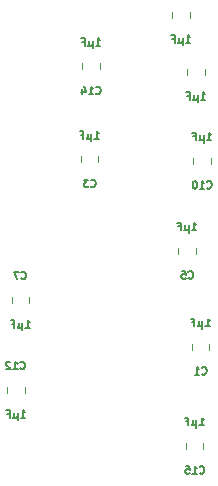
<source format=gbo>
%TF.GenerationSoftware,KiCad,Pcbnew,8.0.7*%
%TF.CreationDate,2025-01-29T07:57:30+02:00*%
%TF.ProjectId,HCP65 MPU NMI,48435036-3520-44d5-9055-204e4d492e6b,V1*%
%TF.SameCoordinates,Original*%
%TF.FileFunction,Legend,Bot*%
%TF.FilePolarity,Positive*%
%FSLAX46Y46*%
G04 Gerber Fmt 4.6, Leading zero omitted, Abs format (unit mm)*
G04 Created by KiCad (PCBNEW 8.0.7) date 2025-01-29 07:57:30*
%MOMM*%
%LPD*%
G01*
G04 APERTURE LIST*
%ADD10C,0.150000*%
%ADD11C,0.120000*%
G04 APERTURE END LIST*
D10*
X19358214Y-35447486D02*
X19388452Y-35477725D01*
X19388452Y-35477725D02*
X19479166Y-35507963D01*
X19479166Y-35507963D02*
X19539642Y-35507963D01*
X19539642Y-35507963D02*
X19630357Y-35477725D01*
X19630357Y-35477725D02*
X19690833Y-35417248D01*
X19690833Y-35417248D02*
X19721071Y-35356772D01*
X19721071Y-35356772D02*
X19751309Y-35235820D01*
X19751309Y-35235820D02*
X19751309Y-35145105D01*
X19751309Y-35145105D02*
X19721071Y-35024153D01*
X19721071Y-35024153D02*
X19690833Y-34963677D01*
X19690833Y-34963677D02*
X19630357Y-34903201D01*
X19630357Y-34903201D02*
X19539642Y-34872963D01*
X19539642Y-34872963D02*
X19479166Y-34872963D01*
X19479166Y-34872963D02*
X19388452Y-34903201D01*
X19388452Y-34903201D02*
X19358214Y-34933439D01*
X18753452Y-35507963D02*
X19116309Y-35507963D01*
X18934881Y-35507963D02*
X18934881Y-34872963D01*
X18934881Y-34872963D02*
X18995357Y-34963677D01*
X18995357Y-34963677D02*
X19055833Y-35024153D01*
X19055833Y-35024153D02*
X19116309Y-35054391D01*
X18178928Y-34872963D02*
X18481309Y-34872963D01*
X18481309Y-34872963D02*
X18511547Y-35175344D01*
X18511547Y-35175344D02*
X18481309Y-35145105D01*
X18481309Y-35145105D02*
X18420833Y-35114867D01*
X18420833Y-35114867D02*
X18269642Y-35114867D01*
X18269642Y-35114867D02*
X18209166Y-35145105D01*
X18209166Y-35145105D02*
X18178928Y-35175344D01*
X18178928Y-35175344D02*
X18148690Y-35235820D01*
X18148690Y-35235820D02*
X18148690Y-35387010D01*
X18148690Y-35387010D02*
X18178928Y-35447486D01*
X18178928Y-35447486D02*
X18209166Y-35477725D01*
X18209166Y-35477725D02*
X18269642Y-35507963D01*
X18269642Y-35507963D02*
X18420833Y-35507963D01*
X18420833Y-35507963D02*
X18481309Y-35477725D01*
X18481309Y-35477725D02*
X18511547Y-35447486D01*
X19346333Y-31400963D02*
X19709190Y-31400963D01*
X19527762Y-31400963D02*
X19527762Y-30765963D01*
X19527762Y-30765963D02*
X19588238Y-30856677D01*
X19588238Y-30856677D02*
X19648714Y-30917153D01*
X19648714Y-30917153D02*
X19709190Y-30947391D01*
X19074190Y-30977629D02*
X19074190Y-31612629D01*
X18771809Y-31310248D02*
X18741571Y-31370725D01*
X18741571Y-31370725D02*
X18681095Y-31400963D01*
X19074190Y-31310248D02*
X19043952Y-31370725D01*
X19043952Y-31370725D02*
X18983476Y-31400963D01*
X18983476Y-31400963D02*
X18862523Y-31400963D01*
X18862523Y-31400963D02*
X18802047Y-31370725D01*
X18802047Y-31370725D02*
X18771809Y-31310248D01*
X18771809Y-31310248D02*
X18771809Y-30977629D01*
X18197285Y-31068344D02*
X18408952Y-31068344D01*
X18408952Y-31400963D02*
X18408952Y-30765963D01*
X18408952Y-30765963D02*
X18106571Y-30765963D01*
X18420833Y-18937486D02*
X18451071Y-18967725D01*
X18451071Y-18967725D02*
X18541785Y-18997963D01*
X18541785Y-18997963D02*
X18602261Y-18997963D01*
X18602261Y-18997963D02*
X18692976Y-18967725D01*
X18692976Y-18967725D02*
X18753452Y-18907248D01*
X18753452Y-18907248D02*
X18783690Y-18846772D01*
X18783690Y-18846772D02*
X18813928Y-18725820D01*
X18813928Y-18725820D02*
X18813928Y-18635105D01*
X18813928Y-18635105D02*
X18783690Y-18514153D01*
X18783690Y-18514153D02*
X18753452Y-18453677D01*
X18753452Y-18453677D02*
X18692976Y-18393201D01*
X18692976Y-18393201D02*
X18602261Y-18362963D01*
X18602261Y-18362963D02*
X18541785Y-18362963D01*
X18541785Y-18362963D02*
X18451071Y-18393201D01*
X18451071Y-18393201D02*
X18420833Y-18423439D01*
X17846309Y-18362963D02*
X18148690Y-18362963D01*
X18148690Y-18362963D02*
X18178928Y-18665344D01*
X18178928Y-18665344D02*
X18148690Y-18635105D01*
X18148690Y-18635105D02*
X18088214Y-18604867D01*
X18088214Y-18604867D02*
X17937023Y-18604867D01*
X17937023Y-18604867D02*
X17876547Y-18635105D01*
X17876547Y-18635105D02*
X17846309Y-18665344D01*
X17846309Y-18665344D02*
X17816071Y-18725820D01*
X17816071Y-18725820D02*
X17816071Y-18877010D01*
X17816071Y-18877010D02*
X17846309Y-18937486D01*
X17846309Y-18937486D02*
X17876547Y-18967725D01*
X17876547Y-18967725D02*
X17937023Y-18997963D01*
X17937023Y-18997963D02*
X18088214Y-18997963D01*
X18088214Y-18997963D02*
X18148690Y-18967725D01*
X18148690Y-18967725D02*
X18178928Y-18937486D01*
X18711333Y-14890963D02*
X19074190Y-14890963D01*
X18892762Y-14890963D02*
X18892762Y-14255963D01*
X18892762Y-14255963D02*
X18953238Y-14346677D01*
X18953238Y-14346677D02*
X19013714Y-14407153D01*
X19013714Y-14407153D02*
X19074190Y-14437391D01*
X18439190Y-14467629D02*
X18439190Y-15102629D01*
X18136809Y-14800248D02*
X18106571Y-14860725D01*
X18106571Y-14860725D02*
X18046095Y-14890963D01*
X18439190Y-14800248D02*
X18408952Y-14860725D01*
X18408952Y-14860725D02*
X18348476Y-14890963D01*
X18348476Y-14890963D02*
X18227523Y-14890963D01*
X18227523Y-14890963D02*
X18167047Y-14860725D01*
X18167047Y-14860725D02*
X18136809Y-14800248D01*
X18136809Y-14800248D02*
X18136809Y-14467629D01*
X17562285Y-14558344D02*
X17773952Y-14558344D01*
X17773952Y-14890963D02*
X17773952Y-14255963D01*
X17773952Y-14255963D02*
X17471571Y-14255963D01*
X19993214Y-11317486D02*
X20023452Y-11347725D01*
X20023452Y-11347725D02*
X20114166Y-11377963D01*
X20114166Y-11377963D02*
X20174642Y-11377963D01*
X20174642Y-11377963D02*
X20265357Y-11347725D01*
X20265357Y-11347725D02*
X20325833Y-11287248D01*
X20325833Y-11287248D02*
X20356071Y-11226772D01*
X20356071Y-11226772D02*
X20386309Y-11105820D01*
X20386309Y-11105820D02*
X20386309Y-11015105D01*
X20386309Y-11015105D02*
X20356071Y-10894153D01*
X20356071Y-10894153D02*
X20325833Y-10833677D01*
X20325833Y-10833677D02*
X20265357Y-10773201D01*
X20265357Y-10773201D02*
X20174642Y-10742963D01*
X20174642Y-10742963D02*
X20114166Y-10742963D01*
X20114166Y-10742963D02*
X20023452Y-10773201D01*
X20023452Y-10773201D02*
X19993214Y-10803439D01*
X19388452Y-11377963D02*
X19751309Y-11377963D01*
X19569881Y-11377963D02*
X19569881Y-10742963D01*
X19569881Y-10742963D02*
X19630357Y-10833677D01*
X19630357Y-10833677D02*
X19690833Y-10894153D01*
X19690833Y-10894153D02*
X19751309Y-10924391D01*
X18995357Y-10742963D02*
X18934880Y-10742963D01*
X18934880Y-10742963D02*
X18874404Y-10773201D01*
X18874404Y-10773201D02*
X18844166Y-10803439D01*
X18844166Y-10803439D02*
X18813928Y-10863915D01*
X18813928Y-10863915D02*
X18783690Y-10984867D01*
X18783690Y-10984867D02*
X18783690Y-11136058D01*
X18783690Y-11136058D02*
X18813928Y-11257010D01*
X18813928Y-11257010D02*
X18844166Y-11317486D01*
X18844166Y-11317486D02*
X18874404Y-11347725D01*
X18874404Y-11347725D02*
X18934880Y-11377963D01*
X18934880Y-11377963D02*
X18995357Y-11377963D01*
X18995357Y-11377963D02*
X19055833Y-11347725D01*
X19055833Y-11347725D02*
X19086071Y-11317486D01*
X19086071Y-11317486D02*
X19116309Y-11257010D01*
X19116309Y-11257010D02*
X19146547Y-11136058D01*
X19146547Y-11136058D02*
X19146547Y-10984867D01*
X19146547Y-10984867D02*
X19116309Y-10863915D01*
X19116309Y-10863915D02*
X19086071Y-10803439D01*
X19086071Y-10803439D02*
X19055833Y-10773201D01*
X19055833Y-10773201D02*
X18995357Y-10742963D01*
X19981333Y-7270963D02*
X20344190Y-7270963D01*
X20162762Y-7270963D02*
X20162762Y-6635963D01*
X20162762Y-6635963D02*
X20223238Y-6726677D01*
X20223238Y-6726677D02*
X20283714Y-6787153D01*
X20283714Y-6787153D02*
X20344190Y-6817391D01*
X19709190Y-6847629D02*
X19709190Y-7482629D01*
X19406809Y-7180248D02*
X19376571Y-7240725D01*
X19376571Y-7240725D02*
X19316095Y-7270963D01*
X19709190Y-7180248D02*
X19678952Y-7240725D01*
X19678952Y-7240725D02*
X19618476Y-7270963D01*
X19618476Y-7270963D02*
X19497523Y-7270963D01*
X19497523Y-7270963D02*
X19437047Y-7240725D01*
X19437047Y-7240725D02*
X19406809Y-7180248D01*
X19406809Y-7180248D02*
X19406809Y-6847629D01*
X18832285Y-6938344D02*
X19043952Y-6938344D01*
X19043952Y-7270963D02*
X19043952Y-6635963D01*
X19043952Y-6635963D02*
X18741571Y-6635963D01*
X19563833Y-27065486D02*
X19594071Y-27095725D01*
X19594071Y-27095725D02*
X19684785Y-27125963D01*
X19684785Y-27125963D02*
X19745261Y-27125963D01*
X19745261Y-27125963D02*
X19835976Y-27095725D01*
X19835976Y-27095725D02*
X19896452Y-27035248D01*
X19896452Y-27035248D02*
X19926690Y-26974772D01*
X19926690Y-26974772D02*
X19956928Y-26853820D01*
X19956928Y-26853820D02*
X19956928Y-26763105D01*
X19956928Y-26763105D02*
X19926690Y-26642153D01*
X19926690Y-26642153D02*
X19896452Y-26581677D01*
X19896452Y-26581677D02*
X19835976Y-26521201D01*
X19835976Y-26521201D02*
X19745261Y-26490963D01*
X19745261Y-26490963D02*
X19684785Y-26490963D01*
X19684785Y-26490963D02*
X19594071Y-26521201D01*
X19594071Y-26521201D02*
X19563833Y-26551439D01*
X18959071Y-27125963D02*
X19321928Y-27125963D01*
X19140500Y-27125963D02*
X19140500Y-26490963D01*
X19140500Y-26490963D02*
X19200976Y-26581677D01*
X19200976Y-26581677D02*
X19261452Y-26642153D01*
X19261452Y-26642153D02*
X19321928Y-26672391D01*
X19854333Y-23018963D02*
X20217190Y-23018963D01*
X20035762Y-23018963D02*
X20035762Y-22383963D01*
X20035762Y-22383963D02*
X20096238Y-22474677D01*
X20096238Y-22474677D02*
X20156714Y-22535153D01*
X20156714Y-22535153D02*
X20217190Y-22565391D01*
X19582190Y-22595629D02*
X19582190Y-23230629D01*
X19279809Y-22928248D02*
X19249571Y-22988725D01*
X19249571Y-22988725D02*
X19189095Y-23018963D01*
X19582190Y-22928248D02*
X19551952Y-22988725D01*
X19551952Y-22988725D02*
X19491476Y-23018963D01*
X19491476Y-23018963D02*
X19370523Y-23018963D01*
X19370523Y-23018963D02*
X19310047Y-22988725D01*
X19310047Y-22988725D02*
X19279809Y-22928248D01*
X19279809Y-22928248D02*
X19279809Y-22595629D01*
X18705285Y-22686344D02*
X18916952Y-22686344D01*
X18916952Y-23018963D02*
X18916952Y-22383963D01*
X18916952Y-22383963D02*
X18614571Y-22383963D01*
X19473333Y-3841963D02*
X19836190Y-3841963D01*
X19654762Y-3841963D02*
X19654762Y-3206963D01*
X19654762Y-3206963D02*
X19715238Y-3297677D01*
X19715238Y-3297677D02*
X19775714Y-3358153D01*
X19775714Y-3358153D02*
X19836190Y-3388391D01*
X19201190Y-3418629D02*
X19201190Y-4053629D01*
X18898809Y-3751248D02*
X18868571Y-3811725D01*
X18868571Y-3811725D02*
X18808095Y-3841963D01*
X19201190Y-3751248D02*
X19170952Y-3811725D01*
X19170952Y-3811725D02*
X19110476Y-3841963D01*
X19110476Y-3841963D02*
X18989523Y-3841963D01*
X18989523Y-3841963D02*
X18929047Y-3811725D01*
X18929047Y-3811725D02*
X18898809Y-3751248D01*
X18898809Y-3751248D02*
X18898809Y-3418629D01*
X18324285Y-3509344D02*
X18535952Y-3509344D01*
X18535952Y-3841963D02*
X18535952Y-3206963D01*
X18535952Y-3206963D02*
X18233571Y-3206963D01*
X18203333Y984036D02*
X18566190Y984036D01*
X18384762Y984036D02*
X18384762Y1619036D01*
X18384762Y1619036D02*
X18445238Y1528322D01*
X18445238Y1528322D02*
X18505714Y1467846D01*
X18505714Y1467846D02*
X18566190Y1437608D01*
X17931190Y1407370D02*
X17931190Y772370D01*
X17628809Y1074751D02*
X17598571Y1014275D01*
X17598571Y1014275D02*
X17538095Y984036D01*
X17931190Y1074751D02*
X17900952Y1014275D01*
X17900952Y1014275D02*
X17840476Y984036D01*
X17840476Y984036D02*
X17719523Y984036D01*
X17719523Y984036D02*
X17659047Y1014275D01*
X17659047Y1014275D02*
X17628809Y1074751D01*
X17628809Y1074751D02*
X17628809Y1407370D01*
X17054285Y1316655D02*
X17265952Y1316655D01*
X17265952Y984036D02*
X17265952Y1619036D01*
X17265952Y1619036D02*
X16963571Y1619036D01*
X10165833Y-11190486D02*
X10196071Y-11220725D01*
X10196071Y-11220725D02*
X10286785Y-11250963D01*
X10286785Y-11250963D02*
X10347261Y-11250963D01*
X10347261Y-11250963D02*
X10437976Y-11220725D01*
X10437976Y-11220725D02*
X10498452Y-11160248D01*
X10498452Y-11160248D02*
X10528690Y-11099772D01*
X10528690Y-11099772D02*
X10558928Y-10978820D01*
X10558928Y-10978820D02*
X10558928Y-10888105D01*
X10558928Y-10888105D02*
X10528690Y-10767153D01*
X10528690Y-10767153D02*
X10498452Y-10706677D01*
X10498452Y-10706677D02*
X10437976Y-10646201D01*
X10437976Y-10646201D02*
X10347261Y-10615963D01*
X10347261Y-10615963D02*
X10286785Y-10615963D01*
X10286785Y-10615963D02*
X10196071Y-10646201D01*
X10196071Y-10646201D02*
X10165833Y-10676439D01*
X9954166Y-10615963D02*
X9561071Y-10615963D01*
X9561071Y-10615963D02*
X9772738Y-10857867D01*
X9772738Y-10857867D02*
X9682023Y-10857867D01*
X9682023Y-10857867D02*
X9621547Y-10888105D01*
X9621547Y-10888105D02*
X9591309Y-10918344D01*
X9591309Y-10918344D02*
X9561071Y-10978820D01*
X9561071Y-10978820D02*
X9561071Y-11130010D01*
X9561071Y-11130010D02*
X9591309Y-11190486D01*
X9591309Y-11190486D02*
X9621547Y-11220725D01*
X9621547Y-11220725D02*
X9682023Y-11250963D01*
X9682023Y-11250963D02*
X9863452Y-11250963D01*
X9863452Y-11250963D02*
X9923928Y-11220725D01*
X9923928Y-11220725D02*
X9954166Y-11190486D01*
X10456333Y-7143963D02*
X10819190Y-7143963D01*
X10637762Y-7143963D02*
X10637762Y-6508963D01*
X10637762Y-6508963D02*
X10698238Y-6599677D01*
X10698238Y-6599677D02*
X10758714Y-6660153D01*
X10758714Y-6660153D02*
X10819190Y-6690391D01*
X10184190Y-6720629D02*
X10184190Y-7355629D01*
X9881809Y-7053248D02*
X9851571Y-7113725D01*
X9851571Y-7113725D02*
X9791095Y-7143963D01*
X10184190Y-7053248D02*
X10153952Y-7113725D01*
X10153952Y-7113725D02*
X10093476Y-7143963D01*
X10093476Y-7143963D02*
X9972523Y-7143963D01*
X9972523Y-7143963D02*
X9912047Y-7113725D01*
X9912047Y-7113725D02*
X9881809Y-7053248D01*
X9881809Y-7053248D02*
X9881809Y-6720629D01*
X9307285Y-6811344D02*
X9518952Y-6811344D01*
X9518952Y-7143963D02*
X9518952Y-6508963D01*
X9518952Y-6508963D02*
X9216571Y-6508963D01*
X10595214Y-3316486D02*
X10625452Y-3346725D01*
X10625452Y-3346725D02*
X10716166Y-3376963D01*
X10716166Y-3376963D02*
X10776642Y-3376963D01*
X10776642Y-3376963D02*
X10867357Y-3346725D01*
X10867357Y-3346725D02*
X10927833Y-3286248D01*
X10927833Y-3286248D02*
X10958071Y-3225772D01*
X10958071Y-3225772D02*
X10988309Y-3104820D01*
X10988309Y-3104820D02*
X10988309Y-3014105D01*
X10988309Y-3014105D02*
X10958071Y-2893153D01*
X10958071Y-2893153D02*
X10927833Y-2832677D01*
X10927833Y-2832677D02*
X10867357Y-2772201D01*
X10867357Y-2772201D02*
X10776642Y-2741963D01*
X10776642Y-2741963D02*
X10716166Y-2741963D01*
X10716166Y-2741963D02*
X10625452Y-2772201D01*
X10625452Y-2772201D02*
X10595214Y-2802439D01*
X9990452Y-3376963D02*
X10353309Y-3376963D01*
X10171881Y-3376963D02*
X10171881Y-2741963D01*
X10171881Y-2741963D02*
X10232357Y-2832677D01*
X10232357Y-2832677D02*
X10292833Y-2893153D01*
X10292833Y-2893153D02*
X10353309Y-2923391D01*
X9446166Y-2953629D02*
X9446166Y-3376963D01*
X9597357Y-2711725D02*
X9748547Y-3165296D01*
X9748547Y-3165296D02*
X9355452Y-3165296D01*
X10583333Y730036D02*
X10946190Y730036D01*
X10764762Y730036D02*
X10764762Y1365036D01*
X10764762Y1365036D02*
X10825238Y1274322D01*
X10825238Y1274322D02*
X10885714Y1213846D01*
X10885714Y1213846D02*
X10946190Y1183608D01*
X10311190Y1153370D02*
X10311190Y518370D01*
X10008809Y820751D02*
X9978571Y760275D01*
X9978571Y760275D02*
X9918095Y730036D01*
X10311190Y820751D02*
X10280952Y760275D01*
X10280952Y760275D02*
X10220476Y730036D01*
X10220476Y730036D02*
X10099523Y730036D01*
X10099523Y730036D02*
X10039047Y760275D01*
X10039047Y760275D02*
X10008809Y820751D01*
X10008809Y820751D02*
X10008809Y1153370D01*
X9434285Y1062655D02*
X9645952Y1062655D01*
X9645952Y730036D02*
X9645952Y1365036D01*
X9645952Y1365036D02*
X9343571Y1365036D01*
X4269833Y-18978486D02*
X4300071Y-19008725D01*
X4300071Y-19008725D02*
X4390785Y-19038963D01*
X4390785Y-19038963D02*
X4451261Y-19038963D01*
X4451261Y-19038963D02*
X4541976Y-19008725D01*
X4541976Y-19008725D02*
X4602452Y-18948248D01*
X4602452Y-18948248D02*
X4632690Y-18887772D01*
X4632690Y-18887772D02*
X4662928Y-18766820D01*
X4662928Y-18766820D02*
X4662928Y-18676105D01*
X4662928Y-18676105D02*
X4632690Y-18555153D01*
X4632690Y-18555153D02*
X4602452Y-18494677D01*
X4602452Y-18494677D02*
X4541976Y-18434201D01*
X4541976Y-18434201D02*
X4451261Y-18403963D01*
X4451261Y-18403963D02*
X4390785Y-18403963D01*
X4390785Y-18403963D02*
X4300071Y-18434201D01*
X4300071Y-18434201D02*
X4269833Y-18464439D01*
X4058166Y-18403963D02*
X3634833Y-18403963D01*
X3634833Y-18403963D02*
X3906976Y-19038963D01*
X4614333Y-23145963D02*
X4977190Y-23145963D01*
X4795762Y-23145963D02*
X4795762Y-22510963D01*
X4795762Y-22510963D02*
X4856238Y-22601677D01*
X4856238Y-22601677D02*
X4916714Y-22662153D01*
X4916714Y-22662153D02*
X4977190Y-22692391D01*
X4342190Y-22722629D02*
X4342190Y-23357629D01*
X4039809Y-23055248D02*
X4009571Y-23115725D01*
X4009571Y-23115725D02*
X3949095Y-23145963D01*
X4342190Y-23055248D02*
X4311952Y-23115725D01*
X4311952Y-23115725D02*
X4251476Y-23145963D01*
X4251476Y-23145963D02*
X4130523Y-23145963D01*
X4130523Y-23145963D02*
X4070047Y-23115725D01*
X4070047Y-23115725D02*
X4039809Y-23055248D01*
X4039809Y-23055248D02*
X4039809Y-22722629D01*
X3465285Y-22813344D02*
X3676952Y-22813344D01*
X3676952Y-23145963D02*
X3676952Y-22510963D01*
X3676952Y-22510963D02*
X3374571Y-22510963D01*
X4191214Y-26598486D02*
X4221452Y-26628725D01*
X4221452Y-26628725D02*
X4312166Y-26658963D01*
X4312166Y-26658963D02*
X4372642Y-26658963D01*
X4372642Y-26658963D02*
X4463357Y-26628725D01*
X4463357Y-26628725D02*
X4523833Y-26568248D01*
X4523833Y-26568248D02*
X4554071Y-26507772D01*
X4554071Y-26507772D02*
X4584309Y-26386820D01*
X4584309Y-26386820D02*
X4584309Y-26296105D01*
X4584309Y-26296105D02*
X4554071Y-26175153D01*
X4554071Y-26175153D02*
X4523833Y-26114677D01*
X4523833Y-26114677D02*
X4463357Y-26054201D01*
X4463357Y-26054201D02*
X4372642Y-26023963D01*
X4372642Y-26023963D02*
X4312166Y-26023963D01*
X4312166Y-26023963D02*
X4221452Y-26054201D01*
X4221452Y-26054201D02*
X4191214Y-26084439D01*
X3586452Y-26658963D02*
X3949309Y-26658963D01*
X3767881Y-26658963D02*
X3767881Y-26023963D01*
X3767881Y-26023963D02*
X3828357Y-26114677D01*
X3828357Y-26114677D02*
X3888833Y-26175153D01*
X3888833Y-26175153D02*
X3949309Y-26205391D01*
X3344547Y-26084439D02*
X3314309Y-26054201D01*
X3314309Y-26054201D02*
X3253833Y-26023963D01*
X3253833Y-26023963D02*
X3102642Y-26023963D01*
X3102642Y-26023963D02*
X3042166Y-26054201D01*
X3042166Y-26054201D02*
X3011928Y-26084439D01*
X3011928Y-26084439D02*
X2981690Y-26144915D01*
X2981690Y-26144915D02*
X2981690Y-26205391D01*
X2981690Y-26205391D02*
X3011928Y-26296105D01*
X3011928Y-26296105D02*
X3374785Y-26658963D01*
X3374785Y-26658963D02*
X2981690Y-26658963D01*
X4233333Y-30765963D02*
X4596190Y-30765963D01*
X4414762Y-30765963D02*
X4414762Y-30130963D01*
X4414762Y-30130963D02*
X4475238Y-30221677D01*
X4475238Y-30221677D02*
X4535714Y-30282153D01*
X4535714Y-30282153D02*
X4596190Y-30312391D01*
X3961190Y-30342629D02*
X3961190Y-30977629D01*
X3658809Y-30675248D02*
X3628571Y-30735725D01*
X3628571Y-30735725D02*
X3568095Y-30765963D01*
X3961190Y-30675248D02*
X3930952Y-30735725D01*
X3930952Y-30735725D02*
X3870476Y-30765963D01*
X3870476Y-30765963D02*
X3749523Y-30765963D01*
X3749523Y-30765963D02*
X3689047Y-30735725D01*
X3689047Y-30735725D02*
X3658809Y-30675248D01*
X3658809Y-30675248D02*
X3658809Y-30342629D01*
X3084285Y-30433344D02*
X3295952Y-30433344D01*
X3295952Y-30765963D02*
X3295952Y-30130963D01*
X3295952Y-30130963D02*
X2993571Y-30130963D01*
D11*
%TO.C,C15*%
X18188000Y-33424252D02*
X18188000Y-32901748D01*
X19658000Y-33424252D02*
X19658000Y-32901748D01*
%TO.C,C5*%
X17553000Y-16914252D02*
X17553000Y-16391748D01*
X19023000Y-16914252D02*
X19023000Y-16391748D01*
%TO.C,C10*%
X18823000Y-9294252D02*
X18823000Y-8771748D01*
X20293000Y-9294252D02*
X20293000Y-8771748D01*
%TO.C,C1*%
X18696000Y-25042252D02*
X18696000Y-24519748D01*
X20166000Y-25042252D02*
X20166000Y-24519748D01*
%TO.C,C2*%
X18315000Y-1801252D02*
X18315000Y-1278748D01*
X19785000Y-1801252D02*
X19785000Y-1278748D01*
%TO.C,C6*%
X17045000Y3024748D02*
X17045000Y3547252D01*
X18515000Y3024748D02*
X18515000Y3547252D01*
%TO.C,C3*%
X9298000Y-9167252D02*
X9298000Y-8644748D01*
X10768000Y-9167252D02*
X10768000Y-8644748D01*
%TO.C,C14*%
X9425000Y-1293252D02*
X9425000Y-770748D01*
X10895000Y-1293252D02*
X10895000Y-770748D01*
%TO.C,C7*%
X3456000Y-20550748D02*
X3456000Y-21073252D01*
X4926000Y-20550748D02*
X4926000Y-21073252D01*
%TO.C,C12*%
X3075000Y-28170748D02*
X3075000Y-28693252D01*
X4545000Y-28170748D02*
X4545000Y-28693252D01*
%TD*%
M02*

</source>
